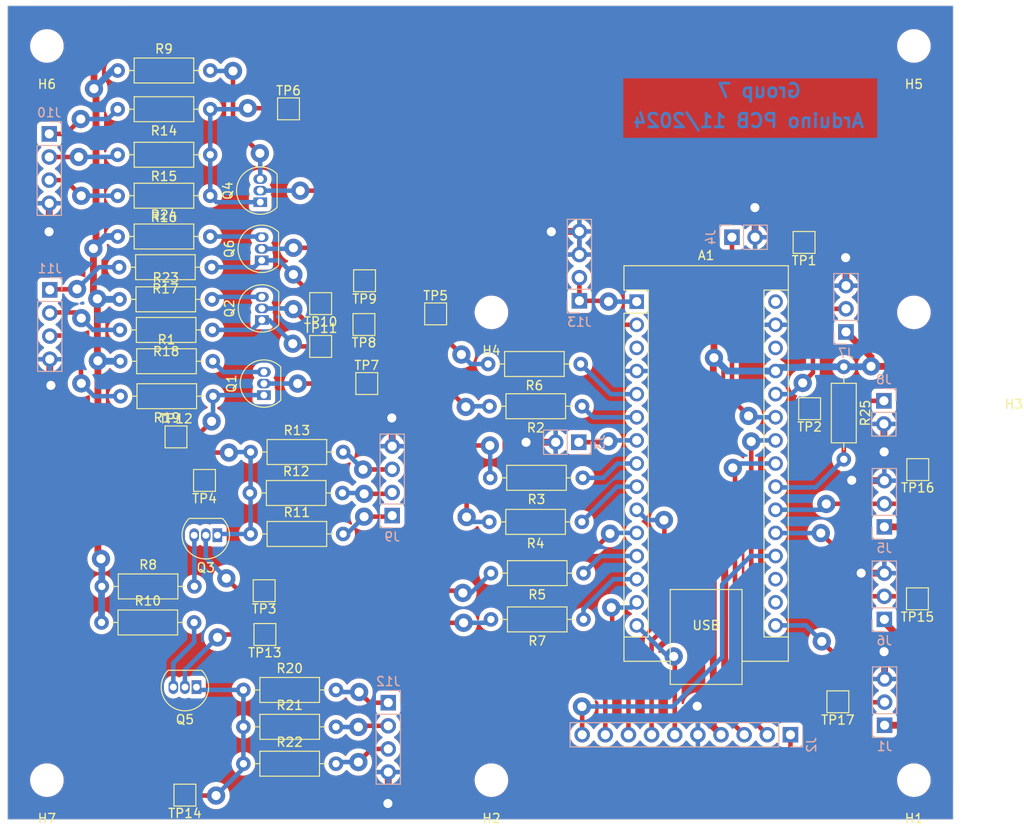
<source format=kicad_pcb>
(kicad_pcb (version 20240108) (generator "pcbnew") (generator_version "8.0")
  (layers (0 "F.Cu" signal) (31 "B.Cu" signal) (34 "B.Paste" user) (35 "F.Paste" user) (36 "B.SilkS" user "B.Silkscreen") (37 "F.SilkS" user "F.Silkscreen") (38 "B.Mask" user) (39 "F.Mask" user) (44 "Edge.Cuts" user))
  (net 0 "")
  (net 1 "Net-(A1-D4)")
  (net 2 "red led room 3")
  (net 3 "green led room 3")
  (net 4 "Net-(A1-A7)")
  (net 6 "Net-(A1-A2)")
  (net 7 "led room 2")
  (net 8 "led room 1")
  (net 10 "blue led room 3")
  (net 11 "+5V")
  (net 12 "control panel pot")
  (net 13 "lcd SCL")
  (net 14 "Net-(A1-A6)")
  (net 15 "Net-(A1-A3)")
  (net 16 "button sleep")
  (net 17 "Net-(A1-D13)")
  (net 18 "Net-(A1-D0)")
  (net 19 "button ok")
  (net 20 "Net-(A1-A1)")
  (net 21 "button up")
  (net 22 "GND")
  (net 24 "lcd SDA")
  (net 26 "button back")
  (net 27 "led door")
  (net 28 "button down")
  (net 29 "Net-(J9-Pin_1)")
  (net 30 "Net-(J9-Pin_3)")
  (net 31 "Net-(J9-Pin_2)")
  (net 32 "Net-(J10-Pin_2)")
  (net 33 "Net-(J10-Pin_1)")
  (net 34 "Net-(J10-Pin_3)")
  (net 35 "Net-(J11-Pin_1)")
  (net 36 "Net-(J11-Pin_2)")
  (net 37 "Net-(J11-Pin_3)")
  (net 38 "Net-(J12-Pin_1)")
  (net 39 "Net-(J12-Pin_3)")
  (net 40 "Net-(J12-Pin_2)")
  (net 41 "Net-(Q1-B)")
  (net 42 "Net-(Q1-C)")
  (net 43 "Net-(Q1-E)")
  (net 44 "Net-(Q2-B)")
  (net 45 "Net-(Q2-E)")
  (net 46 "Net-(Q2-C)")
  (net 47 "Net-(Q3-E)")
  (net 48 "Net-(Q3-C)")
  (net 49 "Net-(Q3-B)")
  (net 50 "Net-(Q4-C)")
  (net 51 "Net-(Q4-B)")
  (net 52 "Net-(Q4-E)")
  (net 53 "Net-(Q5-C)")
  (net 54 "Net-(Q5-B)")
  (net 55 "Net-(Q5-E)")
  (net 56 "Net-(Q6-C)")
  (net 57 "Net-(Q6-B)")
  (net 58 "Net-(Q6-E)")
  (footprint "TestPoint:TestPoint_Pad_2.0x2.0mm" (layer "F.Cu") (at 53.8275 55.8975)
    (property "Reference" "TP11")
    (property "Value" "TestPoint")
  )
  (footprint "TestPoint:TestPoint_Pad_2.0x2.0mm" (layer "F.Cu") (at 106.8875 44.4775 180)
    (property "Reference" "TP1")
    (property "Value" "TestPoint")
  )
  (footprint "Resistor_THT:R_Axial_DIN0207_L6.3mm_D2.5mm_P10.16mm_Horizontal" (layer "F.Cu") (at 41.7075 34.8475 180)
    (property "Reference" "R15")
    (property "Value" "450")
  )
  (footprint "MountingHole:MountingHole_3.2mm_M3" (layer "F.Cu") (at 118.944149 103.534149 180)
    (property "Reference" "H1")
    (property "Value" "MountingHole")
  )
  (footprint "Resistor_THT:R_Axial_DIN0207_L6.3mm_D2.5mm_P10.16mm_Horizontal" (layer "F.Cu") (at 42.0175 61.3675 180)
    (property "Reference" "R19")
    (property "Value" "220")
  )
  (footprint "Resistor_THT:R_Axial_DIN0207_L6.3mm_D2.5mm_P10.16mm_Horizontal" (layer "F.Cu") (at 29.8075 82.2575)
    (property "Reference" "R8")
    (property "Value" "80")
  )
  (footprint "Module:Arduino_Nano" (layer "F.Cu") (at 88.5175 50.98)
    (property "Reference" "A1")
    (property "Value" "Arduino_Nano_Every")
  )
  (footprint "Resistor_THT:R_Axial_DIN0207_L6.3mm_D2.5mm_P10.16mm_Horizontal" (layer "F.Cu") (at 82.6775 80.8 180)
    (property "Reference" "R5")
    (property "Value" "1k")
  )
  (footprint "TestPoint:TestPoint_Pad_2.0x2.0mm" (layer "F.Cu") (at 41.0775 70.6175 180)
    (property "Reference" "TP4")
    (property "Value" "TestPoint")
  )
  (footprint "Resistor_THT:R_Axial_DIN0207_L6.3mm_D2.5mm_P10.16mm_Horizontal" (layer "F.Cu") (at 29.7775 86.2175)
    (property "Reference" "R10")
    (property "Value" "80")
  )
  (footprint "Resistor_THT:R_Axial_DIN0207_L6.3mm_D2.5mm_P10.16mm_Horizontal" (layer "F.Cu") (at 41.7075 29.8475 180)
    (property "Reference" "R14")
    (property "Value" "650")
  )
  (footprint "Package_TO_SOT_THT:TO-92_Inline" (layer "F.Cu") (at 47.3775 52.9975 90)
    (property "Reference" "Q2")
    (property "Value" "BC557")
  )
  (footprint "Resistor_THT:R_Axial_DIN0207_L6.3mm_D2.5mm_P10.16mm_Horizontal" (layer "F.Cu") (at 31.7475 50.7275)
    (property "Reference" "R23")
    (property "Value" "80")
  )
  (footprint "Resistor_THT:R_Axial_DIN0207_L6.3mm_D2.5mm_P10.16mm_Horizontal" (layer "F.Cu") (at 111.2475 58.1375 -90)
    (property "Reference" "R25")
    (property "Value" "R")
  )
  (footprint "Package_TO_SOT_THT:TO-92_Inline" (layer "F.Cu") (at 40.1975 93.3175 180)
    (property "Reference" "Q5")
    (property "Value" "BC557")
  )
  (footprint "MountingHole:MountingHole_3.2mm_M3" (layer "F.Cu") (at 72.570851 52.160851 180)
    (property "Reference" "H4")
    (property "Value" "MountingHole")
  )
  (footprint "Package_TO_SOT_THT:TO-92_Inline" (layer "F.Cu") (at 42.4875 76.6375 180)
    (property "Reference" "Q3")
    (property "Value" "BC557")
  )
  (footprint "TestPoint:TestPoint_Pad_2.0x2.0mm" (layer "F.Cu") (at 107.4975 62.7375 180)
    (property "Reference" "TP2")
    (property "Value" "TestPoint")
  )
  (footprint "TestPoint:TestPoint_Pad_2.0x2.0mm" (layer "F.Cu") (at 47.6275 82.7275 180)
    (property "Reference" "TP3")
    (property "Value" "TestPoint")
  )
  (footprint "Resistor_THT:R_Axial_DIN0207_L6.3mm_D2.5mm_P10.16mm_Horizontal" (layer "F.Cu") (at 45.3475 97.6775)
    (property "Reference" "R21")
    (property "Value" "450")
  )
  (footprint "Resistor_THT:R_Axial_DIN0207_L6.3mm_D2.5mm_P10.16mm_Horizontal" (layer "F.Cu") (at 82.4975 75.17 180)
    (property "Reference" "R4")
    (property "Value" "82k")
  )
  (footprint "TestPoint:TestPoint_Pad_2.0x2.0mm" (layer "F.Cu") (at 58.8875 59.9775)
    (property "Reference" "TP7")
    (property "Value" "TestPoint")
  )
  (footprint "TestPoint:TestPoint_Pad_2.0x2.0mm" (layer "F.Cu") (at 110.5975 94.9275 180)
    (property "Reference" "TP17")
    (property "Value" "TestPoint")
  )
  (footprint "Resistor_THT:R_Axial_DIN0207_L6.3mm_D2.5mm_P10.16mm_Horizontal" (layer "F.Cu") (at 46.1375 76.4975)
    (property "Reference" "R11")
    (property "Value" "650")
  )
  (footprint "TestPoint:TestPoint_Pad_2.0x2.0mm" (layer "F.Cu") (at 119.3675 69.4275 180)
    (property "Reference" "TP16")
    (property "Value" "TestPoint")
  )
  (footprint "Resistor_THT:R_Axial_DIN0207_L6.3mm_D2.5mm_P10.16mm_Horizontal" (layer "F.Cu") (at 45.3475 101.7275)
    (property "Reference" "R22")
    (property "Value" "450")
  )
  (footprint "TestPoint:TestPoint_Pad_2.0x2.0mm" (layer "F.Cu") (at 66.4475 52.3275)
    (property "Reference" "TP5")
    (property "Value" "TestPoint")
  )
  (footprint "Resistor_THT:R_Axial_DIN0207_L6.3mm_D2.5mm_P10.16mm_Horizontal" (layer "F.Cu") (at 82.6775 85.88 180)
    (property "Reference" "R7")
    (property "Value" "1k")
  )
  (footprint "Resistor_THT:R_Axial_DIN0207_L6.3mm_D2.5mm_P10.16mm_Horizontal" (layer "F.Cu") (at 31.8275 57.5275)
    (property "Reference" "R1")
    (property "Value" "80")
  )
  (footprint "Package_TO_SOT_THT:TO-92_Inline" (layer "F.Cu") (at 47.5975 61.2475 90)
    (property "Reference" "Q1")
    (property "Value" "BC557")
  )
  (footprint "MountingHole:MountingHole_3.2mm_M3" (layer "F.Cu") (at 23.780851 22.900851 180)
    (property "Reference" "H6")
    (property "Value" "MountingHole")
  )
  (footprint "Resistor_THT:R_Axial_DIN0207_L6.3mm_D2.5mm_P10.16mm_Horizontal" (layer "F.Cu") (at 82.5175 62.47 180)
    (property "Reference" "R2")
    (property "Value" "82k")
  )
  (footprint "Resistor_THT:R_Axial_DIN0207_L6.3mm_D2.5mm_P10.16mm_Horizontal" (layer "F.Cu") (at 41.9475 54.0875 180)
    (property "Reference" "R18")
    (property "Value" "220")
  )
  (footprint "Resistor_THT:R_Axial_DIN0207_L6.3mm_D2.5mm_P10.16mm_Horizontal" (layer "F.Cu") (at 45.3475 93.6275)
    (property "Reference" "R20")
    (property "Value" "650")
  )
  (footprint "Resistor_THT:R_Axial_DIN0207_L6.3mm_D2.5mm_P10.16mm_Horizontal" (layer "F.Cu") (at 82.3675 57.83 180)
    (property "Reference" "R6")
    (property "Value" "1k")
  )
  (footprint "TestPoint:TestPoint_Pad_2.0x2.0mm" (layer "F.Cu") (at 53.8275 51.1975 180)
    (property "Reference" "TP10")
    (property "Value" "TestPoint")
  )
  (footprint "Package_TO_SOT_THT:TO-92_Inline" (layer "F.Cu") (at 47.1975 40.0575 90)
    (property "Reference" "Q4")
    (property "Value" "BC557")
  )
  (footprint "Resistor_THT:R_Axial_DIN0207_L6.3mm_D2.5mm_P10.16mm_Horizontal" (layer "F.Cu") (at 46.1375 67.4975)
    (property "Reference" "R13")
    (property "Value" "450")
  )
  (footprint "MountingHole:MountingHole_3.2mm_M3" (layer "F.Cu") (at 23.780851 103.534149 180)
    (property "Reference" "H7")
    (property "Value" "MountingHole")
  )
  (footprint "Resistor_THT:R_Axial_DIN0207_L6.3mm_D2.5mm_P10.16mm_Horizontal" (layer "F.Cu") (at 82.5975 70.33 180)
    (property "Reference" "R3")
    (property "Value" "82k")
  )
  (footprint "TestPoint:TestPoint_Pad_2.0x2.0mm" (layer "F.Cu") (at 50.2975 29.8075)
    (property "Reference" "TP6")
    (property "Value" "TestPoint")
  )
  (footprint "MountingHole:MountingHole_3.2mm_M3" (layer "F.Cu") (at 118.944149 52.160852 180)
    (property "Reference" "H3")
    (property "Value" "MountingHole")
  )
  (footprint "TestPoint:TestPoint_Pad_2.0x2.0mm" (layer "F.Cu") (at 58.5775 53.4975 180)
    (property "Reference" "TP8")
    (property "Value" "TestPoint")
  )
  (footprint "Package_TO_SOT_THT:TO-92_Inline" (layer "F.Cu") (at 47.3575 46.4475 90)
    (property "Reference" "Q6")
    (property "Value" "BC557")
  )
  (footprint "MountingHole:MountingHole_3.2mm_M3" (layer "F.Cu") (at 72.570851 103.534149 180)
    (property "Reference" "H2")
    (property "Value" "MountingHole")
  )
  (footprint "MountingHole:MountingHole_3.2mm_M3" (layer "F.Cu") (at 118.944149 22.900851 180)
    (property "Reference" "H5")
    (property "Value" "MountingHole")
  )
  (footprint "TestPoint:TestPoint_Pad_2.0x2.0mm" (layer "F.Cu") (at 58.6475 48.6875 180)
    (property "Reference" "TP9")
    (property "Value" "TestPoint")
  )
  (footprint "TestPoint:TestPoint_Pad_2.0x2.0mm" (layer "F.Cu") (at 37.9475 65.8375)
    (property "Reference" "TP12")
    (property "Value" "TestPoint")
  )
  (footprint "Resistor_THT:R_Axial_DIN0207_L6.3mm_D2.5mm_P10.16mm_Horizontal" (layer "F.Cu") (at 31.5475 25.5975)
    (property "Reference" "R9")
    (property "Value" "80")
  )
  (footprint "TestPoint:TestPoint_Pad_2.0x2.0mm" (layer "F.Cu") (at 38.9275 105.1775 180)
    (property "Reference" "TP14")
    (property "Value" "TestPoint")
  )
  (footprint "TestPoint:TestPoint_Pad_2.0x2.0mm" (layer "F.Cu") (at 119.3275 83.6175 180)
    (property "Reference" "TP15")
    (property "Value" "TestPoint")
  )
  (footprint "TestPoint:TestPoint_Pad_2.0x2.0mm" (layer "F.Cu") (at 47.7075 87.5375 180)
    (property "Reference" "TP13")
    (property "Value" "TestPoint")
  )
  (footprint "Resistor_THT:R_Axial_DIN0207_L6.3mm_D2.5mm_P10.16mm_Horizontal" (layer "F.Cu") (at 41.8675 47.1975 180)
    (property "Reference" "R17")
    (property "Value" "330")
  )
  (footprint "Resistor_THT:R_Axial_DIN0207_L6.3mm_D2.5mm_P10.16mm_Horizontal" (layer "F.Cu") (at 46.0575 71.9975)
    (property "Reference" "R12")
    (property "Value" "450")
  )
  (footprint "Resistor_THT:R_Axial_DIN0207_L6.3mm_D2.5mm_P10.16mm_Horizontal" (layer "F.Cu") (at 31.5475 43.8275)
    (property "Reference" "R24")
    (property "Value" "80")
  )
  (footprint "Resistor_THT:R_Axial_DIN0207_L6.3mm_D2.5mm_P10.16mm_Horizontal" (layer "F.Cu") (at 41.7075 39.3475 180)
    (property "Reference" "R16")
    (property "Value" "450")
  )
  (footprint "Connector_PinHeader_2.54mm:PinHeader_1x04_P2.54mm_Vertical" (layer "B.Cu") (at 24.0975 49.6875 180)
    (property "Reference" "J11")
    (property "Value" "LED_Room_3")
  )
  (footprint "Connector_PinHeader_2.54mm:PinHeader_1x04_P2.54mm_Vertical" (layer "B.Cu") (at 82.2275 50.89)
    (property "Reference" "J13")
    (property "Value" "Buttons_Room_2")
  )
  (footprint "Connector_PinHeader_2.54mm:PinHeader_1x03_P2.54mm_Vertical" (layer "B.Cu") (at 111.4875 54.3075)
    (property "Reference" "J7")
    (property "Value" "Pot_Room_3.2")
  )
  (footprint "Connector_PinHeader_2.54mm:PinHeader_1x04_P2.54mm_Vertical" (layer "B.Cu") (at 24.0375 32.5575 180)
    (property "Reference" "J10")
    (property "Value" "LED_Room_2")
  )
  (footprint "Connector_PinHeader_2.54mm:PinHeader_1x04_P2.54mm_Vertical" (layer "B.Cu") (at 61.2475 95.0275 180)
    (property "Reference" "J12")
    (property "Value" "LED_DOOR")
  )
  (footprint "Connector_PinHeader_2.54mm:PinHeader_1x10_P2.54mm_Vertical" (layer "B.Cu") (at 105.3925 98.5475 90)
    (property "Reference" "J2")
    (property "Value" "Control_Panel")
  )
  (footprint "Connector_PinHeader_2.54mm:PinHeader_1x02_P2.54mm_Vertical" (layer "B.Cu") (at 82.1625 66.42 90)
    (property "Reference" "J3")
    (property "Value" "Buttons_Room_3")
  )
  (footprint "Connector_PinHeader_2.54mm:PinHeader_1x03_P2.54mm_Vertical" (layer "B.Cu") (at 115.6975 75.72)
    (property "Reference" "J5")
    (property "Value" "Pot_Room_3.1")
  )
  (footprint "Connector_PinHeader_2.54mm:PinHeader_1x02_P2.54mm_Vertical" (layer "B.Cu") (at 115.6475 61.8725 180)
    (property "Reference" "J8")
    (property "Value" "LDR_Door")
  )
  (footprint "Connector_PinHeader_2.54mm:PinHeader_1x02_P2.54mm_Vertical" (layer "B.Cu") (at 98.9725 43.91 -90)
    (property "Reference" "J4")
    (property "Value" "Buttons_Room_1")
  )
  (footprint "Connector_PinHeader_2.54mm:PinHeader_1x03_P2.54mm_Vertical" (layer "B.Cu") (at 115.7275 97.5025)
    (property "Reference" "J1")
    (property "Value" "PIR_sensor")
  )
  (footprint "Connector_PinHeader_2.54mm:PinHeader_1x03_P2.54mm_Vertical" (layer "B.Cu") (at 115.6975 85.88)
    (property "Reference" "J6")
    (property "Value" "Pot_Room_1")
  )
  (footprint "Connector_PinHeader_2.54mm:PinHeader_1x04_P2.54mm_Vertical" (layer "B.Cu") (at 61.6775 74.4775)
    (property "Reference" "J9")
    (property "Value" "LED_Room_1")
  )
  (gr_rect (start 19.4675 18.4775) (end 123.2575 107.8475) (stroke (width 0.05)) (fill none) (layer "Edge.Cuts"))
  (gr_text "7" (at 57.9475 64.1375 0) (layer "F.Cu") (effects (font (size 1.5 1.5) (thickness 0.3) (bold yes)) (justify left bottom)))
  (gr_text "11" (at 52.4275 58.9575 0) (layer "F.Cu") (effects (font (size 1.5 1.5) (thickness 0.3) (bold yes)) (justify left bottom)))
  (gr_text "8" (at 57.7175 57.2275 0) (layer "F.Cu") (effects (font (size 1.5 1.5) (thickness 0.3) (bold yes)) (justify left bottom)))
  (gr_text "5V" (at 96.7375 102.3475 0) (layer "F.Cu") (effects (font (size 1.2 1.2) (thickness 0.3) (bold yes)) (justify left bottom)))
  (gr_text "10" (at 52.3075 49.5175 0) (layer "F.Cu") (effects (font (size 1.5 1.5) (thickness 0.3) (bold yes)) (justify left bottom)))
  (gr_text "3" (at 46.5575 81.0575 0) (layer "F.Cu") (effects (font (size 1.5 1.5) (thickness 0.3) (bold yes)) (justify left bottom)))
  (gr_text "14" (at 34.3575 106.3775 0) (layer "F.Cu") (effects (font (size 1.5 1.5) (thickness 0.3) (bold yes)) (justify left bottom)))
  (gr_text "15" (at 118.2575 87.2675 0) (layer "F.Cu") (effects (font (size 1.5 1.5) (thickness 0.3) (bold yes)) (justify left bottom)))
  (gr_text "5" (at 65.6575 49.9775 0) (layer "F.Cu") (effects (font (size 1.5 1.5) (thickness 0.3) (bold yes)) (justify left bottom)))
  (gr_text "4" (at 37.8075 71.5075 0) (layer "F.Cu") (effects (font (size 1.5 1.5) (thickness 0.3) (bold yes)) (justify left bottom)))
  (gr_text "17" (at 109.0475 99.0075 0) (layer "F.Cu") (effects (font (size 1.5 1.5) (thickness 0.3) (bold yes)) (justify left bottom)))
  (gr_text "Semester Project Smarthome" (at 80.7075 23.0775 0) (layer "F.Cu") (effects (font (size 1.5 1.5) (thickness 0.3) (bold yes)) (justify left bottom)))
  (gr_text "1" (at 108.4775 44.9175 0) (layer "F.Cu") (effects (font (size 1.5 1.5) (thickness 0.3) (bold yes)) (justify left bottom)))
  (gr_text "16" (at 117.9175 67.7075 0) (layer "F.Cu") (effects (font (size 1.5 1.5) (thickness 0.3) (bold yes)) (justify left bottom)))
  (gr_text "6" (at 49.5475 27.5375 0) (layer "F.Cu") (effects (font (size 1.5 1.5) (thickness 0.3) (bold yes)) (justify left bottom)))
  (gr_text "2" (at 106.7475 66.5575 0) (layer "F.Cu") (effects (font (size 1.5 1.5) (thickness 0.3) (bold yes)) (justify left bottom)))
  (gr_text "GND" (at 92.8275 102.2375 0) (layer "F.Cu") (effects (font (size 1.2 1.2) (thickness 0.3) (bold yes)) (justify left bottom)))
  (gr_text "9" (at 57.8375 46.8675 0) (layer "F.Cu") (effects (font (size 1.5 1.5) (thickness 0.3) (bold yes)) (justify left bottom)))
  (gr_text "12" (at 33.4375 66.8975 0) (layer "F.Cu") (effects (font (size 1.5 1.5) (thickness 0.3) (bold yes)) (justify left bottom)))
  (gr_text "13" (at 46.0975 91.4175 0) (layer "F.Cu") (effects (font (size 1.5 1.5) (thickness 0.3) (bold yes)) (justify left bottom)))
  (gr_text "Group 7" (at 106.7175 28.6875 0) (layer "B.Cu") (effects (font (size 1.5 1.5) (thickness 0.3) (bold yes)) (justify left bottom mirror)))
  (gr_text "Arduino PCB 11/2024" (at 113.6275 31.9875 0) (layer "B.Cu") (effects (font (size 1.5 1.5) (thickness 0.3) (bold yes)) (justify left bottom mirror)))
  (segment (start 85.3175 66.42) (end 85.4175 66.32) (width 0.5) (layer "F.Cu") (net 1))
  (segment (start 82.2625 66.32) (end 82.1625 66.42) (width 0.5) (layer "F.Cu") (net 1))
  (segment (start 82.1625 66.42) (end 85.3175 66.42) (width 0.5) (layer "F.Cu") (net 1))
  (via (at 85.4175 66.32) (size 2) (drill 1) (layers "F.Cu" "B.Cu") (net 1))
  (segment (start 85.5175 66.22) (end 85.4175 66.32) (width 0.5) (layer "B.Cu") (net 1))
  (segment (start 88.3225 66.415) (end 88.5175 66.22) (width 0.2) (layer "B.Cu") (net 1))
  (segment (start 88.5175 66.22) (end 85.5175 66.22) (width 0.5) (layer "B.Cu") (net 1))
  (segment (start 83.7275 63.68) (end 82.5175 62.47) (width 0.5) (layer "B.Cu") (net 2))
  (segment (start 88.5175 63.68) (end 83.7275 63.68) (width 0.5) (layer "B.Cu") (net 2))
  (segment (start 88.5175 68.76) (end 86.4075 68.76) (width 0.5) (layer "B.Cu") (net 3))
  (segment (start 84.8375 70.33) (end 82.5975 70.33) (width 0.5) (layer "B.Cu") (net 3))
  (segment (start 86.4075 68.76) (end 84.8375 70.33) (width 0.5) (layer "B.Cu") (net 3))
  (segment (start 109.7975 51.7675) (end 111.4875 51.7675) (width 0.5) (layer "F.Cu") (net 4))
  (segment (start 106.7375 59.9075) (end 107.8575 58.7875) (width 0.5) (layer "F.Cu") (net 4))
  (segment (start 107.8575 58.7875) (end 107.8575 53.7075) (width 0.5) (layer "F.Cu") (net 4))
  (segment (start 107.8575 53.7075) (end 108.7625 52.8025) (width 0.5) (layer "F.Cu") (net 4))
  (segment (start 108.7625 52.8025) (end 109.7975 51.7675) (width 0.5) (layer "F.Cu") (net 4))
  (segment (start 106.8875 50.9275) (end 108.7625 52.8025) (width 0.5) (layer "F.Cu") (net 4))
  (segment (start 106.8875 44.4775) (end 106.8875 50.9275) (width 0.5) (layer "F.Cu") (net 4))
  (via (at 106.7375 59.9075) (size 2) (drill 1) (layers "F.Cu" "B.Cu") (net 4))
  (segment (start 105.505 61.14) (end 106.7375 59.9075) (width 0.5) (layer "B.Cu") (net 4))
  (segment (start 103.7575 61.14) (end 105.505 61.14) (width 0.5) (layer "B.Cu") (net 4))
  (segment (start 119.3675 69.4275) (end 119.3675 72.7975) (width 0.5) (layer "F.Cu") (net 6))
  (segment (start 118.985 73.18) (end 115.6975 73.18) (width 0.5) (layer "F.Cu") (net 6))
  (segment (start 109.3475 73.18) (end 109.3275 73.2) (width 0.5) (layer "F.Cu") (net 6))
  (segment (start 119.3675 72.7975) (end 118.985 73.18) (width 0.5) (layer "F.Cu") (net 6))
  (segment (start 115.6975 73.18) (end 109.3475 73.18) (width 0.5) (layer "F.Cu") (net 6))
  (via (at 109.3275 73.2) (size 2) (drill 1) (layers "F.Cu" "B.Cu") (net 6))
  (segment (start 108.6875 73.84) (end 103.7575 73.84) (width 0.5) (layer "B.Cu") (net 6))
  (segment (start 109.3275 73.2) (end 108.6875 73.84) (width 0.5) (layer "B.Cu") (net 6))
  (segment (start 88.5175 61.14) (end 85.6775 61.14) (width 0.5) (layer "B.Cu") (net 7))
  (segment (start 85.6775 61.14) (end 82.3675 57.83) (width 0.5) (layer "B.Cu") (net 7))
  (segment (start 88.5175 78.92) (end 84.5575 78.92) (width 0.5) (layer "B.Cu") (net 8))
  (segment (start 84.5575 78.92) (end 82.6775 80.8) (width 0.5) (layer "B.Cu") (net 8))
  (segment (start 88.5175 71.3) (end 86.3675 71.3) (width 0.5) (layer "B.Cu") (net 10))
  (segment (start 86.3675 71.3) (end 82.4975 75.17) (width 0.5) (layer "B.Cu") (net 10))
  (segment (start 28.9475 27.5975) (end 29.1725 27.8225) (width 0.75) (layer "F.Cu") (net 11))
  (segment (start 29.3775 78.8875) (end 29.7175 79.2275) (width 0.75) (layer "F.Cu") (net 11))
  (segment (start 119.0875 89.5675) (end 120.0875 89.5675) (width 0.75) (layer "F.Cu") (net 11))
  (segment (start 117.8875 97.5025) (end 115.7275 97.5025) (width 0.75) (layer "F.Cu") (net 11))
  (segment (start 97.7725 98.5475) (end 96.9225 97.6975) (width 0.75) (layer "F.Cu") (net 11))
  (segment (start 114.2375 58.0875) (end 114.2375 57.0575) (width 0.75) (layer "F.Cu") (net 11))
  (segment (start 114.2375 57.0575) (end 111.4875 54.3075) (width 0.75) (layer "F.Cu") (net 11))
  (segment (start 28.8875 50.2375) (end 29.3175 50.6675) (width 0.75) (layer "F.Cu") (net 11))
  (segment (start 29.1725 44.8625) (end 28.8875 45.1475) (width 0.75) (layer "F.Cu") (net 11))
  (segment (start 115.6975 86.1775) (end 118.88 89.36) (width 0.75) (layer "F.Cu") (net 11))
  (segment (start 121.9375 87.7175) (end 121.9375 75.7275) (width 0.75) (layer "F.Cu") (net 11))
  (segment (start 121.93 75.72) (end 121.9375 75.7275) (width 0.75) (layer "F.Cu") (net 11))
  (segment (start 118.88 89.36) (end 119.0875 89.5675) (width 0.75) (layer "F.Cu") (net 11))
  (segment (start 121.9375 75.7275) (end 121.9375 74.1575) (width 0.75) (layer "F.Cu") (net 11))
  (segment (start 85.89 39.64) (end 80.37 39.64) (width 0.75) (layer "F.Cu") (net 11))
  (segment (start 115.6975 75.72) (end 121.93 75.72) (width 0.75) (layer "F.Cu") (net 11))
  (segment (start 119.8975 60.6875) (end 119.8975 62.5275) (width 0.75) (layer "F.Cu") (net 11))
  (segment (start 121.9375 74.1575) (end 121.9375 64.5675) (width 0.75) (layer "F.Cu") (net 11))
  (segment (start 96.9975 57.15) (end 96.9975 50.7475) (width 0.75) (layer "F.Cu") (net 11))
  (segment (start 119.8975 62.5275) (end 120.495 63.125) (width 0.75) (layer "F.Cu") (net 11))
  (segment (start 119.0875 89.5675) (end 119.0875 96.3025) (width 0.75) (layer "F.Cu") (net 11))
  (segment (start 29.3775 57.4775) (end 29.3775 78.8875) (width 0.75) (layer "F.Cu") (net 11))
  (segment (start 80.37 39.64) (end 62.3475 21.6175) (width 0.75) (layer "F.Cu") (net 11))
  (segment (start 115.6975 85.88) (end 115.6975 86.1775) (width 0.75) (layer "F.Cu") (net 11))
  (segment (start 29.3175 57.4175) (end 29.3775 57.4775) (width 0.75) (layer "F.Cu") (net 11))
  (segment (start 29.1725 27.8225) (end 29.1725 44.8625) (width 0.75) (layer "F.Cu") (net 11))
  (segment (start 121.9375 64.5675) (end 120.495 63.125) (width 0.75) (layer "F.Cu") (net 11))
  (segment (start 28.9475 22.8975) (end 28.9475 27.5975) (width 0.75) (layer "F.Cu") (net 11))
  (segment (start 62.3475 21.6175) (end 30.2275 21.6175) (width 0.75) (layer "F.Cu") (net 11))
  (segment (start 96.9225 97.6975) (end 96.9225 57.225) (width 0.75) (layer "F.Cu") (net 11))
  (segment (start 120.0875 89.5675) (end 121.9375 87.7175) (width 0.75) (layer "F.Cu") (net 11))
  (segment (start 28.8875 45.1475) (end 28.8875 50.2375) (width 0.75) (layer "F.Cu") (net 11))
  (segment (start 114.2375 58.0875) (end 117.2975 58.0875) (width 0.75) (layer "F.Cu") (net 11))
  (segment (start 29.3175 50.6675) (end 29.3175 57.4175) (width 0.75) (layer "F.Cu") (net 11))
  (segment (start 96.9225 57.225) (end 96.9975 57.15) (width 0.75) (layer "F.Cu") (net 11))
  (segment (start 117.2975 58.0875) (end 119.8975 60.6875) (width 0.75) (layer "F.Cu") (net 11))
  (segment (start 119.0875 96.3025) (end 117.8875 97.5025) (width 0.75) (layer "F.Cu") (net 11))
  (segment (start 96.9975 50.7475) (end 85.89 39.64) (width 0.75) (layer "F.Cu") (net 11))
  (segment (start 30.2275 21.6175) (end 28.9475 22.8975) (width 0.75) (layer "F.Cu") (net 11))
  (via (at 96.9975 57.15) (size 2) (drill 1) (layers "F.Cu" "B.Cu") (net 11))
  (via (at 29.3775 57.4775) (size 2) (drill 1) (layers "F.Cu" "B.Cu") (net 11))
  (via (at 28.8875 45.1475) (size 2) (drill 1) (layers "F.Cu" "B.Cu") (net 11))
  (via (at 114.2375 58.0875) (size 2) (drill 1) (layers "F.Cu" "B.Cu") (net 11))
  (via (at 29.7175 79.2275) (size 2) (drill 1) (layers "F.Cu" "B.Cu") (net 11))
  (via (at 29.3175 50.6675) (size 2) (drill 1) (layers "F.Cu" "B.Cu") (net 11))
  (via (at 28.9475 27.5975) (size 2) (drill 1) (layers "F.Cu" "B.Cu") (net 11))
  (segment (start 29.4275 57.5275) (end 29.3775 57.4775) (width 0.75) (layer "B.Cu") (net 11))
  (segment (start 29.8075 79.3175) (end 29.7175 79.2275) (width 0.75) (layer "B.Cu") (net 11))
  (segment (start 104.1475 58.21) (end 103.7575 58.6) (width 0.75) (layer "B.Cu") (net 11))
  (segment (start 111.2475 58.1375) (end 114.1875 58.1375) (width 0.75) (layer "B.Cu") (net 11))
  (segment (start 30.9475 25.5975) (end 28.9475 27.5975) (width 0.75) (layer "B.Cu") (net 11))
  (segment (start 29.7775 82.2875) (end 29.8075 82.2575) (width 0.75) (layer "B.Cu") (net 11))
  (segment (start 114.1875 58.1375) (end 114.2375 58.0875) (width 0.75) (layer "B.Cu") (net 11))
  (segment (start 31.8275 57.5275) (end 29.4275 57.5275) (width 0.75) (layer "B.Cu") (net 11))
  (segment (start 31.5475 25.5975) (end 30.9475 25.5975) (width 0.75) (layer "B.Cu") (net 11))
  (segment (start 31.5475 43.8275) (end 30.2075 43.8275) (width 0.75) (layer "B.Cu") (net 11))
  (segment (start 29.3775 50.7275) (end 29.3175 50.6675) (width 0.75) (layer "B.Cu") (net 11))
  (segment (start 106.71 58.1375) (end 106.6375 58.21) (width 0.75) (layer "B.Cu") (net 11))
  (segment (start 98.4475 58.6) (end 96.9975 57.15) (width 0.75) (layer "B.Cu") (net 11))
  (segment (start 29.7775 86.2175) (end 29.7775 82.2875) (width 0.75) (layer "B.Cu") (net 11))
  (segment (start 31.7475 50.7275) (end 29.3775 50.7275) (width 0.75) (layer "B.Cu") (net 11))
  (segment (start 103.7575 58.6) (end 98.4475 58.6) (width 0.75) (layer "B.Cu") (net 11))
  (segment (start 29.8075 82.2575) (end 29.8075 79.3175) (width 0.75) (layer "B.Cu") (net 11))
  (segment (start 30.2075 43.8275) (end 28.8875 45.1475) (width 0.75) (layer "B.Cu") (net 11))
  (segment (start 106.6375 58.21) (end 104.1475 58.21) (width 0.75) (layer "B.Cu") (net 11))
  (segment (start 111.2475 58.1375) (end 106.71 58.1375) (width 0.75) (layer "B.Cu") (net 11))
  (segment (start 82.5325 98.5475) (end 82.5325 95.4725) (width 0.5) (layer "F.Cu") (net 12))
  (segment (start 82.5325 95.4725) (end 82.5075 95.4475) (width 0.5) (layer "F.Cu") (net 12))
  (via (at 82.5075 95.4475) (size 2) (drill 1) (layers "F.Cu" "B.Cu") (net 12))
  (segment (start 97.8975 90.0275) (end 97.8975 82.0475) (width 0.5) (layer "B.Cu") (net 12))
  (segment (start 101.11 78.92) (end 103.7575 78.92) (width 0.5) (layer "B.Cu") (net 12))
  (segment (start 82.5075 95.4475) (end 92.4775 95.4475) (width 0.5) (layer "B.Cu") (net 12))
  (segment (start 97.8975 82.0475) (end 101.0675 78.8775) (width 0.5) (layer "B.Cu") (net 12))
  (segment (start 92.4775 95.4475) (end 97.8975 90.0275) (width 0.5) (layer "B.Cu") (net 12))
  (segment (start 101.0675 78.8775) (end 101.11 78.92) (width 0.5) (layer "B.Cu") (net 12))
  (segment (start 101.0875 96.7825) (end 101.0875 66.34) (width 0.5) (layer "F.Cu") (net 13))
  (segment (start 102.8525 98.5475) (end 101.0875 96.7825) (width 0.5) (layer "F.Cu") (net 13))
  (via (at 101.0875 66.34) (size 2) (drill 1) (layers "F.Cu" "B.Cu") (net 13))
  (segment (start 103.7575 66.22) (end 101.2075 66.22) (width 0.5) (layer "B.Cu") (net 13))
  (segment (start 101.2075 66.22) (end 101.0875 66.34) (width 0.5) (layer "B.Cu") (net 13))
  (segment (start 100.7975 63.53) (end 98.9725 61.705) (width 0.5) (layer "F.Cu") (net 14))
  (segment (start 98.9725 61.705) (end 98.9725 43.91) (width 0.5) (layer "F.Cu") (net 14))
  (via (at 100.7975 63.53) (size 2) (drill 1) (layers "F.Cu" "B.Cu") (net 14))
  (segment (start 100.9475 63.68) (end 100.7975 63.53) (width 0.5) (layer "B.Cu") (net 14))
  (segment (start 103.7575 63.68) (end 100.9475 63.68) (width 0.5) (layer "B.Cu") (net 14))
  (segment (start 111.2475 62.2275) (end 111.2175 62.1975) (width 0.5) (layer "F.Cu") (net 15))
  (segment (start 111.2175 62.1975) (end 111.2175 62.0425) (width 0.5) (layer "F.Cu") (net 15))
  (segment (start 115.6475 61.8725) (end 111.3875 61.8725) (width 0.5) (layer "F.Cu") (net 15))
  (segment (start 111.3875 61.8725) (end 108.3625 61.8725) (width 0.5) (layer "F.Cu") (net 15))
  (segment (start 108.3625 61.8725) (end 107.4975 62.7375) (width 0.5) (layer "F.Cu") (net 15))
  (segment (start 111.2175 62.0425) (end 111.3875 61.8725) (width 0.5) (layer "F.Cu") (net 15))
  (segment (start 111.2475 68.2975) (end 111.2475 62.2275) (width 0.5) (layer "F.Cu") (net 15))
  (segment (start 103.8375 71.38) (end 103.7575 71.3) (width 0.5) (layer "B.Cu") (net 15))
  (segment (start 108.165 71.38) (end 107.2675 71.38) (width 0.5) (layer "B.Cu") (net 15))
  (segment (start 107.2675 71.38) (end 103.8375 71.38) (width 0.5) (layer "B.Cu") (net 15))
  (segment (start 111.2475 68.2975) (end 108.165 71.38) (width 0.5) (layer "B.Cu") (net 15))
  (segment (start 80.0575 53.52) (end 88.5175 53.52) (width 0.5) (layer "F.Cu") (net 16))
  (segment (start 74.0375 59.54) (end 80.0575 53.52) (width 0.5) (layer "F.Cu") (net 16))
  (segment (start 102.025 104.8) (end 80.6825 104.8) (width 0.5) (layer "F.Cu") (net 16))
  (segment (start 105.3925 101.4325) (end 102.025 104.8) (width 0.5) (layer "F.Cu") (net 16))
  (segment (start 105.3925 98.5475) (end 105.3925 101.4325) (width 0.5) (layer "F.Cu") (net 16))
  (segment (start 80.6825 104.8) (end 74.0375 98.155) (width 0.5) (layer "F.Cu") (net 16))
  (segment (start 74.0375 98.155) (end 74.0375 59.54) (width 0.5) (layer "F.Cu") (net 16))
  (segment (start 110.2275 95.65) (end 110.2275 94.9775) (width 0.5) (layer "F.Cu") (net 17))
  (segment (start 110.2275 94.9775) (end 115.7125 94.9775) (width 0.5) (layer "F.Cu") (net 17))
  (segment (start 110.5975 90.1) (end 110.5975 94.9275) (width 0.5) (layer "F.Cu") (net 17))
  (segment (start 115.7125 94.9775) (end 115.7275 94.9625) (width 0.5) (layer "F.Cu") (net 17))
  (segment (start 108.8325 88.295) (end 110.6175 90.08) (width 0.5) (layer "F.Cu") (net 17))
  (segment (start 110.6175 90.08) (end 110.5975 90.1) (width 0.5) (layer "F.Cu") (net 17))
  (via (at 108.8325 88.295) (size 2) (drill 1) (layers "F.Cu" "B.Cu") (net 17))
  (segment (start 108.8325 88.295) (end 107.0775 86.54) (width 0.5) (layer "B.Cu") (net 17))
  (segment (start 107.0775 86.54) (end 103.7575 86.54) (width 0.5) (layer "B.Cu") (net 17))
  (segment (start 82.2275 50.89) (end 85.3475 50.89) (width 0.5) (layer "F.Cu") (net 18))
  (segment (start 85.3475 50.89) (end 85.4275 50.97) (width 0.5) (layer "F.Cu") (net 18))
  (segment (start 88.4175 50.98) (end 88.5175 50.98) (width 0.2) (layer "F.Cu") (net 18))
  (segment (start 82.2275 50.89) (end 82.2275 48.35) (width 0.5) (layer "F.Cu") (net 18))
  (via (at 85.4275 50.97) (size 2) (drill 1) (layers "F.Cu" "B.Cu") (net 18))
  (segment (start 85.4375 50.98) (end 85.4275 50.97) (width 0.5) (layer "B.Cu") (net 18))
  (segment (start 88.5075 50.97) (end 88.5175 50.98) (width 0.5) (layer "B.Cu") (net 18))
  (segment (start 88.5175 50.98) (end 85.4375 50.98) (width 0.5) (layer "B.Cu") (net 18))
  (segment (start 85.8275 84.6775) (end 85.8275 91.5975) (width 0.5) (layer "F.Cu") (net 19))
  (segment (start 85.7275 84.5775) (end 85.8275 84.6775) (width 0.5) (layer "F.Cu") (net 19))
  (segment (start 87.6125 93.3825) (end 87.6125 98.5475) (width 0.5) (layer "F.Cu") (net 19))
  (segment (start 85.8275 91.5975) (end 87.6125 93.3825) (width 0.5) (layer "F.Cu") (net 19))
  (via (at 85.7275 84.5775) (size 2) (drill 1) (layers "F.Cu" "B.Cu") (net 19))
  (segment (start 85.7275 84.5775) (end 87.94 84.5775) (width 0.5) (layer "B.Cu") (net 19))
  (segment (start 87.94 84.5775) (end 88.5175 84) (width 0.5) (layer "B.Cu") (net 19))
  (segment (start 119.05 83.34) (end 115.6975 83.34) (width 0.5) (layer "F.Cu") (net 20))
  (segment (start 110.8975 78.57) (end 108.7275 76.4) (width 0.5) (layer "F.Cu") (net 20))
  (segment (start 115.6975 83.34) (end 112.1775 83.34) (width 0.5) (layer "F.Cu") (net 20))
  (segment (start 111.9975 83.34) (end 110.8975 82.24) (width 0.5) (layer "F.Cu") (net 20))
  (segment (start 110.8975 82.24) (end 110.8975 78.57) (width 0.5) (layer "F.Cu") (net 20))
  (segment (start 119.3275 83.6175) (end 119.05 83.34) (width 0.5) (layer "F.Cu") (net 20))
  (segment (start 112.1775 83.34) (end 111.9975 83.34) (width 0.5) (layer "F.Cu") (net 20))
  (via (at 108.7275 76.4) (size 2) (drill 1) (layers "F.Cu" "B.Cu") (net 20))
  (segment (start 108.7275 76.4) (end 103.7775 76.4) (width 0.5) (layer "B.Cu") (net 20))
  (segment (start 103.7775 76.4) (end 103.7575 76.38) (width 0.5) (layer "B.Cu") (net 20))
  (segment (start 90.1525 88.2325) (end 91.5575 86.8275) (width 0.5) (layer "F.Cu") (net 21))
  (segment (start 91.5575 75.0175) (end 91.5075 74.9675) (width 0.5) (layer "F.Cu") (net 21))
  (segment (start 91.5575 86.8275) (end 91.5575 75.0175) (width 0.5) (layer "F.Cu") (net 21))
  (segment (start 90.1525 98.5475) (end 90.1525 88.2325) (width 0.5) (layer "F.Cu") (net 21))
  (via (at 91.5075 74.9675) (size 2) (drill 1) (layers "F.Cu" "B.Cu") (net 21))
  (segment (start 91.5075 74.9675) (end 89.645 74.9675) (width 0.5) (layer "B.Cu") (net 21))
  (segment (start 89.645 74.9675) (end 88.5175 73.84) (width 0.5) (layer "B.Cu") (net 21))
  (segment (start 24.0975 57.3075) (end 24.0975 60.0575) (width 0.75) (layer "F.Cu") (net 22))
  (segment (start 24.0375 40.1775) (end 24.0375 43.2875) (width 0.75) (layer "F.Cu") (net 22))
  (segment (start 115.6475 64.4125) (end 115.6475 67.4475) (width 0.75) (layer "F.Cu") (net 22))
  (segment (start 61.2475 106.0575) (end 61.2075 106.0975) (width 0.75) (layer "F.Cu") (net 22))
  (segment (start 82.2275 45.81) (end 82.2275 43.27) (width 0.5) (layer "F.Cu") (net 22))
  (segment (start 24.0975 60.0575) (end 24.2175 60.1775) (width 0.75) (layer "F.Cu") (net 22))
  (segment (start 101.5125 40.675) (end 101.4875 40.65) (width 0.75) (layer "F.Cu") (net 22))
  (segment (start 111.4875 49.2275) (end 111.4875 46.1875) (width 0.75) (layer "F.Cu") (net 22))
  (segment (start 79.1775 43.27) (end 79.1475 43.3) (width 0.75) (layer "F.Cu") (net 22))
  (segment (start 61.6775 63.7975) (end 61.6375 63.7575) (width 0.75) (layer "F.Cu") (net 22))
  (segment (start 112.1575 70.64) (end 112.1175 70.6) (width 0.75) (layer "F.Cu") (net 22))
  (segment (start 115.7275 89.4825) (end 115.6675 89.4225) (width 0.75) (layer "F.Cu") (net 22))
  (segment (start 61.6775 66.8575) (end 61.6775 63.7975) (width 0.75) (layer "F.Cu") (net 22))
  (segment (start 79.6175 66.425) (end 79.6225 66.42) (width 0.2) (layer "F.Cu") (net 22))
  (segment (start 24.0375 43.2875) (end 24.0175 43.3075) (width 0.75) (layer "F.Cu") (net 22))
  (segment (start 115.6475 67.4475) (end 115.6775 67.4775) (width 0.75) (layer "F.Cu") (net 22))
  (segment (start 115.6975 80.8) (end 113.1575 80.8) (width 0.75) (layer "F.Cu") (net 22))
  (segment (start 115.6975 70.64) (end 112.1575 70.64) (width 0.75) (layer "F.Cu") (net 22))
  (segment (start 115.7275 92.4225) (end 115.7275 89.4825) (width 0.75) (layer "F.Cu") (net 22))
  (segment (start 95.2325 98.5475) (end 95.2325 95.4825) (width 0.5) (layer "F.Cu") (net 22))
  (segment (start 79.6225 66.42) (end 76.3775 66.42) (width 0.75) (layer "F.Cu") (net 22))
  (segment (start 101.5125 43.91) (end 101.5125 40.675) (width 0.75) (layer "F.Cu") (net 22))
  (segment (start 76.3775 66.42) (end 76.3725 66.425) (width 0.75) (layer "F.Cu") (net 22))
  (segment (start 95.2325 95.4825) (end 95.1575 95.4075) (width 0.5) (layer "F.Cu") (net 22))
  (segment (start 82.2275 43.27) (end 79.1775 43.27) (width 0.75) (layer "F.Cu") (net 22))
  (segment (start 111.4875 46.1875) (end 111.4475 46.1475) (width 0.75) (layer "F.Cu") (net 22))
  (segment (start 61.2475 102.6475) (end 61.2475 106.0575) (width 0.75) (layer "F.Cu") (net 22))
  (via (at 111.4475 46.1475) (size 2) (drill 1) (layers "F.Cu" "B.Cu") (net 22))
  (via (at 101.4875 40.65) (size 2) (drill 1) (layers "F.Cu" "B.Cu") (net 22))
  (via (at 95.1575 95.4075) (size 2) (drill 1) (layers "F.Cu" "B.Cu") (net 22))
  (via (at 76.3725 66.425) (size 2) (drill 1) (layers "F.Cu" "B.Cu") (net 22))
  (via (at 112.1175 70.6) (size 2) (drill 1) (layers "F.Cu" "B.Cu") (net 22))
  (via (at 115.6675 89.4225) (size 2) (drill 1) (layers "F.Cu" "B.Cu") (net 22))
  (via (at 113.1575 80.8) (size 2) (drill 1) (layers "F.Cu" "B.Cu") (net 22))
  (via (at 115.6775 67.4775) (size 2) (drill 1) (layers "F.Cu" "B.Cu") (net 22))
  (via (at 79.1475 43.3) (size 2) (drill 1) (layers "F.Cu" "B.Cu") (net 22))
  (via (at 61.2075 106.0975) (size 2) (drill 1) (layers "F.Cu" "B.Cu") (net 22))
  (via (at 24.2175 60.1775) (size 2) (drill 1) (layers "F.Cu" "B.Cu") (net 22))
  (via (at 24.0175 43.3075) (size 2) (drill 1) (layers "F.Cu" "B.Cu") (net 22))
  (via (at 61.6375 63.7575) (size 2) (drill 1) (layers "F.Cu" "B.Cu") (net 22))
  (segment (start 99.3075 69.48) (end 99.0675 69.24) (width 0.5) (layer "F.Cu") (net 24))
  (segment (start 100.3125 98.5475) (end 99.3075 97.5425) (width 0.5) (layer "F.Cu") (net 24))
  (segment (start 99.3075 97.5425) (end 99.3075 69.48) (width 0.5) (layer "F.Cu") (net 24))
  (via (at 99.0675 69.24) (size 2) (drill 1) (layers "F.Cu" "B.Cu") (net 24))
  (segment (start 103.7575 68.76) (end 99.5475 68.76) (width 0.5) (layer "B.Cu") (net 24))
  (segment (start 99.5475 68.76) (end 99.0675 69.24) (width 0.5) (layer "B.Cu") (net 24))
  (segment (start 92.6925 90.0625) (end 92.5775 89.9475) (width 0.5) (layer "F.Cu") (net 26))
  (segment (start 92.6925 98.5475) (end 92.6925 90.0625) (width 0.5) (layer "F.Cu") (net 26))
  (via (at 92.5775 89.9475) (size 2) (drill 1) (layers "F.Cu" "B.Cu") (net 26))
  (segment (start 88.5075 86.55) (end 88.5175 86.54) (width 0.5) (layer "B.Cu") (net 26))
  (segment (start 92.5775 89.9475) (end 91.925 89.9475) (width 0.5) (layer "B.Cu") (net 26))
  (segment (start 91.925 89.9475) (end 88.5175 86.54) (width 0.5) (layer "B.Cu") (net 26))
  (segment (start 85.96613 81.46) (end 82.6775 84.74863) (width 0.5) (layer "B.Cu") (net 27))
  (segment (start 82.6775 84.74863) (end 82.6775 85.88) (width 0.5) (layer "B.Cu") (net 27))
  (segment (start 88.5175 81.46) (end 85.96613 81.46) (width 0.5) (layer "B.Cu") (net 27))
  (segment (start 84.12 77.9275) (end 85.5875 76.46) (width 0.5) (layer "F.Cu") (net 28))
  (segment (start 85.0725 94.6725) (end 79.3775 88.9775) (width 0.5) (layer "F.Cu") (net 28))
  (segment (start 79.9975 77.9275) (end 84.12 77.9275) (width 0.5) (layer "F.Cu") (net 28))
  (segment (start 79.3775 88.9775) (end 79.3775 78.5475) (width 0.5) (layer "F.Cu") (net 28))
  (segment (start 85.0725 98.5475) (end 85.0725 94.6725) (width 0.5) (layer "F.Cu") (net 28))
  (segment (start 79.3775 78.5475) (end 79.9975 77.9275) (width 0.5) (layer "F.Cu") (net 28))
  (via (at 85.5875 76.46) (size 2) (drill 1) (layers "F.Cu" "B.Cu") (net 28))
  (segment (start 88.5175 76.38) (end 85.6675 76.38) (width 0.5) (layer "B.Cu") (net 28))
  (segment (start 85.6675 76.38) (end 85.5875 76.46) (width 0.5) (layer "B.Cu") (net 28))
  (segment (start 61.6775 74.4775) (end 60.7675 74.4775) (width 0.2) (layer "F.Cu") (net 29))
  (segment (start 58.5975 74.5975) (end 61.5575 74.5975) (width 0.5) (layer "F.Cu") (net 29))
  (via (at 58.5975 74.5975) (size 2) (drill 1) (layers "F.Cu" "B.Cu") (net 29))
  (segment (start 56.2975 76.4975) (end 56.6975 76.4975) (width 0.5) (layer "B.Cu") (net 29))
  (segment (start 56.6975 76.4975) (end 58.5975 74.5975) (width 0.5) (layer "B.Cu") (net 29))
  (segment (start 58.4875 69.4175) (end 61.6575 69.4175) (width 0.5) (layer "F.Cu") (net 30))
  (via (at 58.4875 69.4175) (size 2) (drill 1) (layers "F.Cu" "B.Cu") (net 30))
  (segment (start 56.2975 67.4975) (end 56.5675 67.4975) (width 0.5) (layer "B.Cu") (net 30))
  (segment (start 56.5675 67.4975) (end 58.4875 69.4175) (width 0.5) (layer "B.Cu") (net 30))
  (segment (start 58.5975 72.0875) (end 61.5275 72.0875) (width 0.5) (layer "F.Cu") (net 31))
  (via (at 58.5975 72.0875) (size 2) (drill 1) (layers "F.Cu" "B.Cu") (net 31))
  (segment (start 56.2175 71.9975) (end 58.5075 71.9975) (width 0.5) (layer "B.Cu") (net 31))
  (segment (start 58.5075 71.9975) (end 58.5975 72.0875) (width 0.5) (layer "B.Cu") (net 31))
  (segment (start 27.2675 35.0975) (end 27.2775 35.0875) (width 0.5) (layer "F.Cu") (net 32))
  (segment (start 24.0375 35.0975) (end 27.2675 35.0975) (width 0.5) (layer "F.Cu") (net 32))
  (via (at 27.2775 35.0875) (size 2) (drill 1) (layers "F.Cu" "B.Cu") (net 32))
  (segment (start 24.2775 34.8575) (end 24.0375 35.0975) (width 0.2) (layer "B.Cu") (net 32))
  (segment (start 27.2775 35.0875) (end 31.3075 35.0875) (width 0.5) (layer "B.Cu") (net 32))
  (segment (start 31.3075 35.0875) (end 31.5475 34.8475) (width 0.5) (layer "B.Cu") (net 32))
  (segment (start 24.0375 32.5575) (end 25.8675 32.5575) (width 0.5) (layer "F.Cu") (net 33))
  (segment (start 25.8675 32.5575) (end 27.4975 30.9275) (width 0.5) (layer "F.Cu") (net 33))
  (via (at 27.4975 30.9275) (size 2) (drill 1) (layers "F.Cu" "B.Cu") (net 33))
  (segment (start 27.4975 30.9275) (end 30.4675 30.9275) (width 0.5) (layer "B.Cu") (net 33))
  (segment (start 30.4675 30.9275) (end 31.5475 29.8475) (width 0.5) (layer "B.Cu") (net 33))
  (segment (start 24.0375 37.6375) (end 25.8275 37.6375) (width 0.5) (layer "F.Cu") (net 34))
  (segment (start 25.8275 37.6375) (end 27.5475 39.3575) (width 0.5) (layer "F.Cu") (net 34))
  (via (at 27.5475 39.3575) (size 2) (drill 1) (layers "F.Cu" "B.Cu") (net 34))
  (segment (start 27.5475 39.3575) (end 27.5575 39.3475) (width 0.5) (layer "B.Cu") (net 34))
  (segment (start 27.5575 39.3475) (end 31.5475 39.3475) (width 0.5) (layer "B.Cu") (net 34))
  (segment (start 24.1575 49.6275) (end 24.0975 49.6875) (width 0.5) (layer "F.Cu") (net 35))
  (segment (start 27.0875 49.5975) (end 27.0575 49.6275) (width 0.5) (layer "F.Cu") (net 35))
  (segment (start 27.0575 49.6275) (end 24.1575 49.6275) (width 0.5) (layer "F.Cu") (net 35))
  (via (at 27.0875 49.5975) (size 2) (drill 1) (layers "F.Cu" "B.Cu") (net 35))
  (segment (start 31.7075 47.1975) (end 29.4875 47.1975) (width 0.5) (layer "B.Cu") (net 35))
  (segment (start 29.4875 47.1975) (end 27.0875 49.5975) (width 0.5) (layer "B.Cu") (net 35))
  (segment (start 27.5575 52.7975) (end 26.9275 52.1675) (width 0.5) (layer "F.Cu") (net 36))
  (segment (start 24.1575 52.1675) (end 24.0975 52.2275) (width 0.5) (layer "F.Cu") (net 36))
  (segment (start 26.9275 52.1675) (end 24.1575 52.1675) (width 0.5) (layer "F.Cu") (net 36))
  (via (at 27.5575 52.7975) (size 2) (drill 1) (layers "F.Cu" "B.Cu") (net 36))
  (segment (start 31.7875 54.0875) (end 28.8475 54.0875) (width 0.5) (layer "B.Cu") (net 36))
  (segment (start 28.8475 54.0875) (end 27.5575 52.7975) (width 0.5) (layer "B.Cu") (net 36))
  (segment (start 27.5175 59.9175) (end 27.5175 56.1875) (width 0.5) (layer "F.Cu") (net 37))
  (segment (start 27.5575 59.9575) (end 27.5175 59.9175) (width 0.5) (layer "F.Cu") (net 37))
  (segment (start 27.5175 56.1875) (end 26.0375 54.7075) (width 0.5) (layer "F.Cu") (net 37))
  (segment (start 26.0375 54.7075) (end 24.1575 54.7075) (width 0.5) (layer "F.Cu") (net 37))
  (segment (start 24.1575 54.7075) (end 24.0975 54.7675) (width 0.5) (layer "F.Cu") (net 37))
  (via (at 27.5575 59.9575) (size 2) (drill 1) (layers "F.Cu" "B.Cu") (net 37))
  (segment (start 31.8575 61.3675) (end 28.9675 61.3675) (width 0.5) (layer "B.Cu") (net 37))
  (segment (start 28.9675 61.3675) (end 27.5575 59.9575) (width 0.5) (layer "B.Cu") (net 37))
  (segment (start 59.2175 95.0275) (end 58.0475 93.8575) (width 0.5) (layer "F.Cu") (net 38))
  (segment (start 61.2475 95.0275) (end 59.2175 95.0275) (width 0.5) (layer "F.Cu") (net 38))
  (via (at 58.0475 93.8575) (size 2) (drill 1) (layers "F.Cu" "B.Cu") (net 38))
  (segment (start 55.7375 93.8575) (end 55.5075 93.6275) (width 0.5) (layer "B.Cu") (net 38))
  (segment (start 58.0475 93.8575) (end 55.7375 93.8575) (width 0.5) (layer "B.Cu") (net 38))
  (segment (start 61.2475 100.1075) (end 59.4075 100.1075) (width 0.5) (layer "F.Cu") (net 39))
  (segment (start 59.4075 100.1075) (end 57.9675 101.5475) (width 0.5) (layer "F.Cu") (net 39))
  (via (at 57.9675 101.5475) (size 2) (drill 1) (layers "F.Cu" "B.Cu") (net 39))
  (segment (start 57.9675 101.5475) (end 55.6875 101.5475) (width 0.5) (layer "B.Cu") (net 39))
  (segment (start 55.6875 101.5475) (end 55.5075 101.7275) (width 0.5) (layer "B.Cu") (net 39))
  (segment (start 58.0975 97.5675) (end 57.9675 97.6975) (width 0.5) (layer "F.Cu") (net 40))
  (segment (start 61.2475 97.5675) (end 58.0975 97.5675) (width 0.5) (layer "F.Cu") (net 40))
  (via (at 57.9675 97.6975) (size 2) (drill 1) (layers "F.Cu" "B.Cu") (net 40))
  (segment (start 55.5275 97.6975) (end 55.5075 97.6775) (width 0.5) (layer "B.Cu") (net 40))
  (segment (start 57.9675 97.6975) (end 55.5275 97.6975) (width 0.5) (layer "B.Cu") (net 40))
  (segment (start 55.7475 97.9175) (end 55.5075 97.6775) (width 0.2) (layer "B.Cu") (net 40))
  (segment (start 69.8475 68.8275) (end 69.8475 74.64) (width 0.5) (layer "F.Cu") (net 41))
  (segment (start 60.9975 59.9775) (end 69.8475 68.8275) (width 0.5) (layer "F.Cu") (net 41))
  (segment (start 58.8875 59.9775) (end 60.9975 59.9775) (width 0.5) (layer "F.Cu") (net 41))
  (segment (start 58.8875 59.9775) (end 51.3075 59.9775) (width 0.5) (layer "F.Cu") (net 41))
  (via (at 51.3075 59.9775) (size 2) (drill 1) (layers "F.Cu" "B.Cu") (net 41))
  (via (at 69.8475 74.64) (size 2) (drill 1) (layers "F.Cu" "B.Cu") (net 41))
  (segment (start 47.5975 59.9775) (end 51.3075 59.9775) (width 0.5) (layer "B.Cu") (net 41))
  (segment (start 72.3375 75.17) (end 70.3775 75.17) (width 0.5) (layer "B.Cu") (net 41))
  (segment (start 70.3775 75.17) (end 69.8475 74.64) (width 0.5) (layer "B.Cu") (net 41))
  (segment (start 40.1475 65.8375) (end 41.8575 64.1275) (width 0.5) (layer "F.Cu") (net 42))
  (segment (start 37.9475 65.8375) (end 40.1475 65.8375) (width 0.5) (layer "F.Cu") (net 42))
  (via (at 41.8575 64.1275) (size 2) (drill 1) (layers "F.Cu" "B.Cu") (net 42))
  (segment (start 47.4775 61.3675) (end 47.5975 61.2475) (width 0.25) (layer "B.Cu") (net 42))
  (segment (start 42.0175 63.9675) (end 41.8575 64.1275) (width 0.5) (layer "B.Cu") (net 42))
  (segment (start 42.0175 61.3675) (end 42.0175 63.9675) (width 0.5) (layer "B.Cu") (net 42))
  (segment (start 47.5975 61.2475) (end 42.1375 61.2475) (width 0.5) (layer "B.Cu") (net 42))
  (segment (start 42.1375 61.2475) (end 42.0175 61.3675) (width 0.5) (layer "B.Cu") (net 42))
  (segment (start 47.5975 58.7075) (end 43.1675 58.7075) (width 0.5) (layer "B.Cu") (net 43))
  (segment (start 43.1675 58.7075) (end 41.9875 57.5275) (width 0.5) (layer "B.Cu") (net 43))
  (segment (start 61.5475 54.8675) (end 60.1775 53.4975) (width 0.5) (layer "F.Cu") (net 44))
  (segment (start 61.5475 57.7575) (end 61.5475 54.8675) (width 0.5) (layer "F.Cu") (net 44))
  (segment (start 60.1775 53.4975) (end 58.5775 53.4975) (width 0.5) (layer "F.Cu") (net 44))
  (segment (start 72.3975 66.78) (end 70.57 66.78) (width 0.5) (layer "F.Cu") (net 44))
  (segment (start 70.57 66.78) (end 61.5475 57.7575) (width 0.5) (layer "F.Cu") (net 44))
  (segment (start 50.7175 51.8075) (end 50.5475 51.9775) (width 0.25) (layer "F.Cu") (net 44))
  (segment (start 52.5175 53.4975) (end 58.5775 53.4975) (width 0.5) (layer "F.Cu") (net 44))
  (segment (start 50.8275 51.8075) (end 50.7175 51.8075) (width 0.25) (layer "F.Cu") (net 44))
  (segment (start 50.8275 51.8075) (end 52.5175 53.4975) (width 0.5) (layer "F.Cu") (net 44))
  (via (at 72.3975 66.78) (size 2) (drill 1) (layers "F.Cu" "B.Cu") (net 44))
  (via (at 50.8275 51.8075) (size 2) (drill 1) (layers "F.Cu" "B.Cu") (net 44))
  (segment (start 72.4375 70.33) (end 72.4375 66.82) (width 0.5) (layer "B.Cu") (net 44))
  (segment (start 50.7475 51.7275) (end 50.8275 51.8075) (width 0.5) (layer "B.Cu") (net 44))
  (segment (start 72.4375 66.82) (end 72.3975 66.78) (width 0.5) (layer "B.Cu") (net 44))
  (segment (start 47.3775 51.7275) (end 50.7475 51.7275) (width 0.5) (layer "B.Cu") (net 44))
  (segment (start 41.9075 50.7275) (end 42.1775 50.4575) (width 0.5) (layer "B.Cu") (net 45))
  (segment (start 42.1775 50.4575) (end 47.3775 50.4575) (width 0.5) (layer "B.Cu") (net 45))
  (segment (start 53.8275 55.8975) (end 51.0675 55.8975) (width 0.5) (layer "F.Cu") (net 46))
  (segment (start 50.7675 55.5975) (end 51.0675 55.8975) (width 0.5) (layer "F.Cu") (net 46))
  (via (at 50.7675 55.5975) (size 2) (drill 1) (layers "F.Cu" "B.Cu") (net 46))
  (segment (start 48.1675 52.9975) (end 50.7675 55.5975) (width 0.5) (layer "B.Cu") (net 46))
  (segment (start 41.9475 54.0875) (end 46.2875 54.0875) (width 0.5) (layer "B.Cu") (net 46))
  (segment (start 46.2875 54.0875) (end 47.3775 52.9975) (width 0.5) (layer "B.Cu") (net 46))
  (segment (start 47.3775 52.9975) (end 48.1675 52.9975) (width 0.5) (layer "B.Cu") (net 46))
  (segment (start 39.9675 82.2575) (end 39.9675 76.6575) (width 0.5) (layer "B.Cu") (net 47))
  (segment (start 39.9675 76.6575) (end 39.9475 76.6375) (width 0.5) (layer "B.Cu") (net 47))
  (segment (start 41.0775 68.3075) (end 41.0775 70.6175) (width 0.5) (layer "F.Cu") (net 48))
  (segment (start 41.8275 67.5575) (end 41.0775 68.3075) (width 0.5) (layer "F.Cu") (net 48))
  (segment (start 43.7575 67.5575) (end 41.8275 67.5575) (width 0.5) (layer "F.Cu") (net 48))
  (via (at 43.7575 67.5575) (size 2) (drill 1) (layers "F.Cu" "B.Cu") (net 48))
  (segment (start 46.1375 67.4975) (end 46.1375 71.9175) (width 0.5) (layer "B.Cu") (net 48))
  (segment (start 46.1375 76.4975) (end 42.6275 76.4975) (width 0.5) (layer "B.Cu") (net 48))
  (segment (start 45.9975 76.6375) (end 46.1375 76.4975) (width 0.2) (layer "B.Cu") (net 48))
  (segment (start 42.6275 76.4975) (end 42.4875 76.6375) (width 0.5) (layer "B.Cu") (net 48))
  (segment (start 43.8175 67.4975) (end 43.7575 67.5575) (width 0.5) (layer "B.Cu") (net 48))
  (segment (start 46.1375 67.4975) (end 43.8175 67.4975) (width 0.5) (layer "B.Cu") (net 48))
  (segment (start 46.1375 72.0775) (end 46.0575 71.9975) (width 0.5) (layer "B.Cu") (net 48))
  (segment (start 46.1375 76.4975) (end 46.1375 72.0775) (width 0.5) (layer "B.Cu") (net 48))
  (segment (start 46.1375 71.9175) (end 46.0575 71.9975) (width 0.5) (layer "B.Cu") (net 48))
  (segment (start 47.6275 82.7275) (end 69.195 82.7275) (width 0.5) (layer "F.Cu") (net 49))
  (segment (start 47.6275 82.7275) (end 44.8375 82.7275) (width 0.5) (layer "F.Cu") (net 49))
  (segment (start 69.195 82.7275) (end 69.4375 82.97) (width 0.5) (layer "F.Cu") (net 49))
  (segment (start 44.8375 82.7275) (end 43.4775 81.3675) (width 0.5) (layer "F.Cu") (net 49))
  (via (at 69.4375 82.97) (size 2) (drill 1) (layers "F.Cu" "B.Cu") (net 49))
  (via (at 43.4775 81.3675) (size 2) (drill 1) (layers "F.Cu" "B.Cu") (net 49))
  (segment (start 41.2175 79.1075) (end 41.2175 76.6375) (width 0.5) (layer "B.Cu") (net 49))
  (segment (start 69.4375 82.97) (end 70.3475 82.97) (width 0.5) (layer "B.Cu") (net 49))
  (segment (start 70.3475 82.97) (end 72.5175 80.8) (width 0.5) (layer "B.Cu") (net 49))
  (segment (start 43.4775 81.3675) (end 41.2175 79.1075) (width 0.5) (layer "B.Cu") (net 49))
  (segment (start 50.2275 29.7375) (end 50.2975 29.8075) (width 0.5) (layer "F.Cu") (net 50))
  (segment (start 45.8275 29.7375) (end 50.2275 29.7375) (width 0.5) (layer "F.Cu") (net 50))
  (via (at 45.8275 29.7375) (size 2) (drill 1) (layers "F.Cu" "B.Cu") (net 50))
  (segment (start 42.4175 40.0575) (end 41.7075 39.3475) (width 0.5) (layer "B.Cu") (net 50))
  (segment (start 41.9175 29.6375) (end 41.7075 29.8475) (width 0.2) (layer "B.Cu") (net 50))
  (segment (start 41.7075 29.8475) (end 41.7075 34.8475) (width 0.5) (layer "B.Cu") (net 50))
  (segment (start 45.8275 29.7375) (end 45.7175 29.8475) (width 0.5) (layer "B.Cu") (net 50))
  (segment (start 47.1975 40.0575) (end 42.4175 40.0575) (width 0.5) (layer "B.Cu") (net 50))
  (segment (start 45.7175 29.8475) (end 41.7075 29.8475) (width 0.5) (layer "B.Cu") (net 50))
  (segment (start 41.7075 39.3475) (end 41.7075 34.8475) (width 0.5) (layer "B.Cu") (net 50))
  (segment (start 51.587091 38.790901) (end 55.770901 38.790901) (width 0.5) (layer "F.Cu") (net 51))
  (segment (start 63.0275 46.0475) (end 63.0275 48.9075) (width 0.5) (layer "F.Cu") (net 51))
  (segment (start 66.4475 53.96) (end 66.4475 52.3275) (width 0.5) (layer "F.Cu") (net 51))
  (segment (start 55.770901 38.790901) (end 63.0275 46.0475) (width 0.5) (layer "F.Cu") (net 51))
  (segment (start 69.2775 56.79) (end 66.4475 53.96) (width 0.5) (layer "F.Cu") (net 51))
  (segment (start 63.0275 48.9075) (end 66.4475 52.3275) (width 0.5) (layer "F.Cu") (net 51))
  (via (at 69.2775 56.79) (size 2) (drill 1) (layers "F.Cu" "B.Cu") (net 51))
  (via (at 51.587091 38.790901) (size 2) (drill 1) (layers "F.Cu" "B.Cu") (net 51))
  (segment (start 72.2075 57.83) (end 70.3175 57.83) (width 0.5) (layer "B.Cu") (net 51))
  (segment (start 70.3175 57.83) (end 69.2775 56.79) (width 0.5) (layer "B.Cu") (net 51))
  (segment (start 72.1875 57.81) (end 72.2075 57.83) (width 0.25) (layer "B.Cu") (net 51))
  (segment (start 47.1975 38.7875) (end 51.58369 38.7875) (width 0.5) (layer "B.Cu") (net 51))
  (segment (start 51.58369 38.7875) (end 51.587091 38.790901) (width 0.5) (layer "B.Cu") (net 51))
  (segment (start 44.2075 31.7375) (end 44.2075 25.6475) (width 0.5) (layer "F.Cu") (net 52))
  (segment (start 47.1575 34.6875) (end 44.2075 31.7375) (width 0.5) (layer "F.Cu") (net 52))
  (via (at 44.2075 25.6475) (size 2) (drill 1) (layers "F.Cu" "B.Cu") (net 52))
  (via (at 47.1575 34.6875) (size 2) (drill 1) (layers "F.Cu" "B.Cu") (net 52))
  (segment (start 41.7575 25.6475) (end 41.7075 25.5975) (width 0.5) (layer "B.Cu") (net 52))
  (segment (start 47.1975 34.7275) (end 47.1575 34.6875) (width 0.5) (layer "B.Cu") (net 52))
  (segment (start 47.1975 37.5175) (end 47.1975 34.7275) (width 0.5) (layer "B.Cu") (net 52))
  (segment (start 44.2075 25.6475) (end 41.7575 25.6475) (width 0.5) (layer "B.Cu") (net 52))
  (segment (start 42.3475 105.2275) (end 38.9775 105.2275) (width 0.5) (layer "F.Cu") (net 53))
  (segment (start 38.9775 105.2275) (end 38.9275 105.1775) (width 0.5) (layer "F.Cu") (net 53))
  (via (at 42.3475 105.2275) (size 2) (drill 1) (layers "F.Cu" "B.Cu") (net 53))
  (segment (start 45.3475 102.2275) (end 42.3475 105.2275) (width 0.5) (layer "B.Cu") (net 53))
  (segment (start 45.3475 101.7275) (end 45.3475 97.6775) (width 0.5) (layer "B.Cu") (net 53))
  (segment (start 45.3475 101.7275) (end 45.3475 102.2275) (width 0.5) (layer "B.Cu") (net 53))
  (segment (start 45.3475 97.6775) (end 45.3475 93.6275) (width 0.5) (layer "B.Cu") (net 53))
  (segment (start 45.3475 93.6275) (end 40.5075 93.6275) (width 0.5) (layer "B.Cu") (net 53))
  (segment (start 40.5075 93.6275) (end 40.1975 93.3175) (width 0.5) (layer "B.Cu") (net 53))
  (segment (start 42.5075 87.8575) (end 42.8275 87.5375) (width 0.5) (layer "F.Cu") (net 54))
  (segment (start 42.8275 87.5375) (end 47.7075 87.5375) (width 0.5) (layer "F.Cu") (net 54))
  (segment (start 58.2775 87.5375) (end 59.565 86.25) (width 0.5) (layer "F.Cu") (net 54))
  (segment (start 47.7075 87.5375) (end 58.2775 87.5375) (width 0.5) (layer "F.Cu") (net 54))
  (segment (start 59.565 86.25) (end 69.5175 86.25) (width 0.5) (layer "F.Cu") (net 54))
  (via (at 42.5075 87.8575) (size 2) (drill 1) (layers "F.Cu" "B.Cu") (net 54))
  (via (at 69.5175 86.25) (size 2) (drill 1) (layers "F.Cu" "B.Cu") (net 54))
  (segment (start 38.9275 91.4375) (end 42.5075 87.8575) (width 0.5) (layer "B.Cu") (net 54))
  (segment (start 38.9275 93.3175) (end 38.9275 91.4375) (width 0.5) (layer "B.Cu") (net 54))
  (segment (start 69.5175 86.25) (end 72.1475 86.25) (width 0.5) (layer "B.Cu") (net 54))
  (segment (start 72.1475 86.25) (end 72.5175 85.88) (width 0.5) (layer "B.Cu") (net 54))
  (segment (start 39.9375 87.9675) (end 39.9375 86.2175) (width 0.5) (layer "B.Cu") (net 55))
  (segment (start 37.6575 93.3175) (end 37.6575 90.6775) (width 0.5) (layer "B.Cu") (net 55))
  (segment (start 39.9575 88.3775) (end 39.9575 87.9875) (width 0.5) (layer "B.Cu") (net 55))
  (segment (start 37.6575 90.6775) (end 39.9575 88.3775) (width 0.5) (layer "B.Cu") (net 55))
  (segment (start 39.9575 87.9875) (end 39.9375 87.9675) (width 0.5) (layer "B.Cu") (net 55))
  (segment (start 50.8375 48.2075) (end 53.8275 51.1975) (width 0.5) (layer "F.Cu") (net 56))
  (segment (start 50.8375 47.9975) (end 50.8375 48.2075) (width 0.5) (layer "F.Cu") (net 56))
  (via (at 50.8375 47.9975) (size 2) (drill 1) (layers "F.Cu" "B.Cu") (net 56))
  (segment (start 41.8675 47.1975) (end 46.5325 47.1975) (width 0.5) (layer "B.Cu") (net 56))
  (segment (start 49.2875 46.4475) (end 50.8375 47.9975) (width 0.5) (layer "B.Cu") (net 56))
  (segment (start 47.3575 46.4475) (end 49.2875 46.4475) (width 0.5) (layer "B.Cu") (net 56))
  (segment (start 46.5325 47.1975) (end 47.5275 46.2025) (width 0.5) (layer "B.Cu") (net 56))
  (segment (start 63.2375 53.2775) (end 63.2375 56.02) (width 0.5) (layer "F.Cu") (net 57))
  (segment (start 58.6475 48.6875) (end 63.2375 53.2775) (width 0.5) (layer "F.Cu") (net 57))
  (segment (start 53.3275 45.0675) (end 56.9475 48.6875) (width 0.5) (layer "F.Cu") (net 57))
  (segment (start 63.2375 56.02) (end 69.7575 62.54) (width 0.5) (layer "F.Cu") (net 57))
  (segment (start 56.9475 48.6875) (end 58.6475 48.6875) (width 0.5) (layer "F.Cu") (net 57))
  (segment (start 50.8375 45.0675) (end 53.3275 45.0675) (width 0.5) (layer "F.Cu") (net 57))
  (via (at 50.8375 45.0675) (size 2) (drill 1) (layers "F.Cu" "B.Cu") (net 57))
  (via (at 69.7575 62.54) (size 2) (drill 1) (layers "F.Cu" "B.Cu") (net 57))
  (segment (start 72.3575 62.47) (end 69.8275 62.47) (width 0.5) (layer "B.Cu") (net 57))
  (segment (start 69.8275 62.47) (end 69.7575 62.54) (width 0.5) (layer "B.Cu") (net 57))
  (segment (start 50.7275 45.1775) (end 50.8375 45.0675) (width 0.5) (layer "B.Cu") (net 57))
  (segment (start 47.3575 45.1775) (end 50.7275 45.1775) (width 0.5) (layer "B.Cu") (net 57))
  (segment (start 41.7075 43.8275) (end 47.2775 43.8275) (width 0.5) (layer "B.Cu") (net 58))
  (segment (start 41.7875 43.9075) (end 41.7075 43.8275) (width 0.75) (layer "B.Cu") (net 58))
  (segment (start 47.2775 43.8275) (end 47.3575 43.9075) (width 0.5) (layer "B.Cu") (net 58))
  (zone (net 0) (net_name "") (layer "F.Cu") (connect_pads (clearance 0.5)) (min_thickness 0.25) (fill yes (thermal_gap 0.5) (thermal_bridge_width 0.5) (island_removal_mode 1) (island_area_min 10))
    (polygon (pts (xy 19.4375 107.8475) (xy 19.4375 18.4875) (xy 123.2575 18.4575) (xy 123.2375 107.8675) (xy 123.2275 107.8475) (xy 123.2575 107.8575)))
  )
  (zone (net 22) (net_name "GND") (layer "B.Cu") (connect_pads (clearance 0.5)) (min_thickness 0.25) (fill yes (thermal_gap 0.5) (thermal_bridge_width 0.5) (island_removal_mode 1) (island_area_min 10))
    (polygon (pts (xy 19.4375 107.8475) (xy 19.4375 18.4875) (xy 123.2575 18.4575) (xy 123.2375 107.8675) (xy 123.2275 107.8475) (xy 123.2575 107.8575)))
  )
)
</source>
